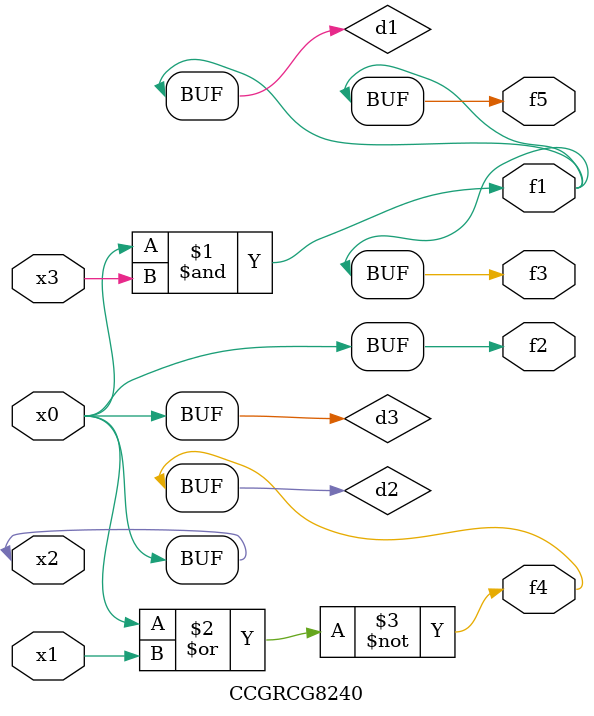
<source format=v>
module CCGRCG8240(
	input x0, x1, x2, x3,
	output f1, f2, f3, f4, f5
);

	wire d1, d2, d3;

	and (d1, x2, x3);
	nor (d2, x0, x1);
	buf (d3, x0, x2);
	assign f1 = d1;
	assign f2 = d3;
	assign f3 = d1;
	assign f4 = d2;
	assign f5 = d1;
endmodule

</source>
